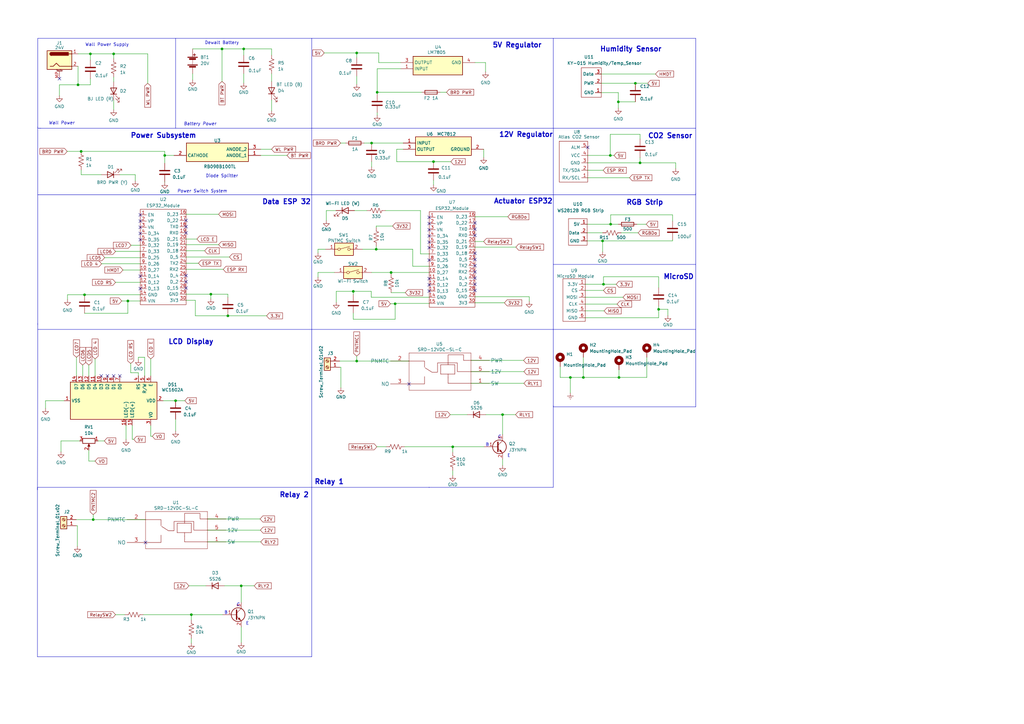
<source format=kicad_sch>
(kicad_sch (version 20230121) (generator eeschema)
  (paper "A3")
  (lib_symbols
    (symbol "CapstoneSymbols:7805"
      (property "Reference" "U" (at 0 0 0))
      (symbol "7805_1_1"
        (pin passive line (at 13.97 -7.62 180) (length 5.08) (name "INPUT") (number "1"))
        (pin passive line (at 13.97 -5.08 180) (length 5.08) (name "OUTPUT") (number "3"))
        (pin passive line (at -16.51 -5.08 0) (length 5.08) (name "GND") (number "4"))
      )
    )
    (symbol "CapstoneSymbols:7812"
      (property "Reference" "U" (at 0 0 0))
      (symbol "7812_1_1"
        (pin passive line (at 16.002 -6.858 180) (length 5.08) (name "INPUT") (number "1"))
        (pin passive line (at -17.018 -4.318 0) (length 5.08) (name "GROUND") (number "2"))
        (pin passive line (at 16.002 -4.318 180) (length 5.08) (name "OUTPUT") (number "3"))
      )
    )
    (symbol "CapstoneSymbols:Atlas_CO2_Sensor"
      (property "Reference" "U" (at 0 3.302 0))
      (property "Value" "Atlas CO2 Sensor" (at 0.508 1.016 0))
      (symbol "Atlas_CO2_Sensor_1_0"
        (pin input line (at 6.096 -14.986 180) (length 2.54) (name "RX/SCL") (number "1"))
        (pin input line (at 6.096 -11.938 180) (length 2.54) (name "TX/SDA") (number "2"))
        (pin input line (at 6.096 -8.89 180) (length 2.54) (name "GND") (number "3"))
        (pin input line (at 6.096 -5.842 180) (length 2.54) (name "VCC") (number "4"))
        (pin input line (at 6.096 -2.54 180) (length 2.54) (name "ALM") (number "5"))
      )
    )
    (symbol "CapstoneSymbols:ESP32_Module"
      (property "Reference" "U" (at -13.716 1.016 0))
      (property "Value" "ESP32_Module" (at -13.462 -1.016 0))
      (symbol "ESP32_Module_1_0"
        (pin input line (at -3.556 -39.37 180) (length 2.54) (name "3V3") (number "30"))
      )
      (symbol "ESP32_Module_1_1"
        (pin input line (at -22.352 -4.318 0) (length 2.54) (name "EN") (number "1"))
        (pin input line (at -22.352 -26.924 0) (length 2.54) (name "D_27") (number "10"))
        (pin input line (at -22.352 -29.464 0) (length 2.54) (name "D_14") (number "11"))
        (pin input line (at -22.352 -32.004 0) (length 2.54) (name "D_12") (number "12"))
        (pin input line (at -22.352 -34.544 0) (length 2.54) (name "D_13") (number "13"))
        (pin input line (at -22.352 -37.084 0) (length 2.54) (name "GND") (number "14"))
        (pin input line (at -22.352 -39.624 0) (length 2.54) (name "VIN") (number "15"))
        (pin input line (at -3.556 -4.064 180) (length 2.54) (name "D_23") (number "16"))
        (pin input line (at -3.556 -6.604 180) (length 2.54) (name "D_22") (number "17"))
        (pin input line (at -3.556 -9.144 180) (length 2.54) (name "TX0") (number "18"))
        (pin input line (at -3.556 -11.684 180) (length 2.54) (name "RX0") (number "19"))
        (pin input line (at -22.352 -6.858 0) (length 2.54) (name "VP") (number "2"))
        (pin input line (at -3.556 -14.224 180) (length 2.54) (name "D_21") (number "20"))
        (pin input line (at -3.556 -16.51 180) (length 2.54) (name "D_19") (number "21"))
        (pin input line (at -3.556 -19.05 180) (length 2.54) (name "D_18") (number "22"))
        (pin input line (at -3.556 -21.59 180) (length 2.54) (name "D_5") (number "23"))
        (pin input line (at -3.556 -24.13 180) (length 2.54) (name "TX2") (number "24"))
        (pin input line (at -3.556 -26.67 180) (length 2.54) (name "RX2") (number "25"))
        (pin input line (at -3.556 -29.21 180) (length 2.54) (name "D_4") (number "26"))
        (pin input line (at -3.556 -31.75 180) (length 2.54) (name "D_2") (number "27"))
        (pin input line (at -3.556 -34.29 180) (length 2.54) (name "D_15") (number "28"))
        (pin input line (at -3.556 -36.83 180) (length 2.54) (name "GND") (number "29"))
        (pin input line (at -22.352 -9.398 0) (length 2.54) (name "VN") (number "3"))
        (pin input line (at -22.352 -11.938 0) (length 2.54) (name "D_34") (number "4"))
        (pin input line (at -22.352 -14.478 0) (length 2.54) (name "D_35") (number "5"))
        (pin input line (at -22.352 -16.764 0) (length 2.54) (name "D_32") (number "6"))
        (pin input line (at -22.352 -19.304 0) (length 2.54) (name "D_33") (number "7"))
        (pin input line (at -22.352 -21.844 0) (length 2.54) (name "D_25") (number "8"))
        (pin input line (at -22.352 -24.384 0) (length 2.54) (name "D_26") (number "9"))
      )
    )
    (symbol "CapstoneSymbols:MicroSD_Module"
      (property "Reference" "U" (at 0.254 2.794 0))
      (property "Value" "MicroSD Module" (at 0 1.016 0))
      (symbol "MicroSD_Module_1_0"
        (pin input line (at 3.302 -2.286 180) (length 2.54) (name "3.3V") (number "1"))
        (pin input line (at 3.302 -4.826 180) (length 2.54) (name "CS") (number "2"))
        (pin input line (at 3.302 -7.62 180) (length 2.54) (name "MOSI") (number "3"))
        (pin input line (at 3.302 -10.414 180) (length 2.54) (name "CLK") (number "4"))
        (pin input line (at 3.302 -13.208 180) (length 2.54) (name "MISO") (number "5"))
        (pin input line (at 3.302 -16.002 180) (length 2.54) (name "GND") (number "6"))
      )
    )
    (symbol "CapstoneSymbols:RB098BM100TL"
      (property "Reference" "U" (at 0 0 0))
      (symbol "RB098BM100TL_1_1"
        (pin passive line (at -16.764 -4.572 0) (length 5.08) (name "ANODE_1") (number "1"))
        (pin passive line (at 18.796 -4.572 180) (length 5.08) (name "CATHODE") (number "2"))
        (pin passive line (at -16.764 -7.112 0) (length 5.08) (name "ANODE_2") (number "3"))
      )
    )
    (symbol "CapstoneSymbols:SRD12VRelay"
      (property "Reference" "U" (at -0.762 -1.524 0))
      (property "Value" "SRD-12VDC-SL-C" (at -0.762 -4.064 0))
      (symbol "SRD12VRelay_1_1"
        (pin input line (at 12.446 -18.034 0) (length 7.62) (name "SW") (number "1"))
        (pin input line (at -12.954 -8.89 180) (length 7.62) (name "PNMTC") (number "2"))
        (pin input line (at -12.954 -18.288 180) (length 7.62) (name "NO") (number "3"))
        (pin input line (at 12.446 -8.636 0) (length 7.62) (name "PWR") (number "4"))
        (pin input line (at 12.446 -13.208 0) (length 7.62) (name "12V") (number "5"))
      )
    )
    (symbol "CapstoneSymbols:WS2812B_RGB_Strip"
      (property "Reference" "U7" (at -1.524 5.461 0))
      (property "Value" "WS2812B RGB Strip" (at -0.381 2.794 0))
      (symbol "WS2812B_RGB_Strip_1_0"
        (pin input line (at 2.286 -2.794 180) (length 2.54) (name "5V") (number "1"))
        (pin input line (at 2.286 -6.35 180) (length 2.54) (name "Data") (number "2"))
        (pin input line (at 2.286 -9.652 180) (length 2.54) (name "GND") (number "3"))
      )
    )
    (symbol "Christians Library:KY-015_Humidity{slash}Temp_Sensor"
      (property "Reference" "U5" (at -0.3175 0 0))
      (property "Value" "KY-015 Humidity/Temp_Sensor" (at -0.3175 -2.54 0))
      (symbol "KY-015_Humidity{slash}Temp_Sensor_1_1"
        (pin input line (at 3.81 -15.24 180) (length 2.54) (name "GND") (number "1"))
        (pin input line (at 3.81 -11.43 180) (length 2.54) (name "PWR") (number "2"))
        (pin input line (at 3.81 -7.62 180) (length 2.54) (name "Data") (number "3"))
      )
    )
    (symbol "Connector:Barrel_Jack_MountingPin" (pin_names hide)
      (property "Reference" "J" (at 0 5.334 0))
      (property "Value" "Barrel_Jack_MountingPin" (at 1.27 -6.35 0))
      (symbol "Barrel_Jack_MountingPin_1_1"
        (text "Mounting" (at 0 -4.191 0) (effects (font (size 0.381 0.381))))
        (pin passive line (at 7.62 2.54 180) (length 2.54) (name "~") (number "1"))
        (pin passive line (at 7.62 -2.54 180) (length 2.54) (name "~") (number "2"))
        (pin passive line (at 0 -7.62 90) (length 3.048) (name "MountPin") (number "MP"))
      )
    )
    (symbol "Connector:Screw_Terminal_01x02" (pin_names (offset 1.016) hide)
      (property "Reference" "J" (at 0 2.54 0))
      (property "Value" "Screw_Terminal_01x02" (at 0 -5.08 0))
      (symbol "Screw_Terminal_01x02_1_1"
        (pin passive line (at -5.08 0 0) (length 3.81) (name "Pin_1") (number "1"))
        (pin passive line (at -5.08 -2.54 0) (length 3.81) (name "Pin_2") (number "2"))
      )
    )
    (symbol "Device:Battery" (pin_numbers hide) (pin_names (offset 0) hide)
      (property "Reference" "BT" (at 2.54 2.54 0))
      (property "Value" "Battery" (at 2.54 0 0))
      (symbol "Battery_1_1"
        (pin passive line (at 0 5.08 270) (length 2.54) (name "+") (number "1"))
        (pin passive line (at 0 -5.08 90) (length 2.54) (name "-") (number "2"))
      )
    )
    (symbol "Device:C" (pin_numbers hide) (pin_names (offset 0.254))
      (property "Reference" "C" (at 0.635 2.54 0))
      (property "Value" "C" (at 0.635 -2.54 0))
      (symbol "C_1_1"
        (pin passive line (at 0 3.81 270) (length 2.794) (name "~") (number "1"))
        (pin passive line (at 0 -3.81 90) (length 2.794) (name "~") (number "2"))
      )
    )
    (symbol "Device:Fuse" (pin_numbers hide) (pin_names (offset 0))
      (property "Reference" "F" (at 2.032 0 90))
      (property "Value" "Fuse" (at -1.905 0 90))
      (symbol "Fuse_1_1"
        (pin passive line (at 0 3.81 270) (length 1.27) (name "~") (number "1"))
        (pin passive line (at 0 -3.81 90) (length 1.27) (name "~") (number "2"))
      )
    )
    (symbol "Device:LED" (pin_numbers hide) (pin_names (offset 1.016) hide)
      (property "Reference" "D" (at 0 2.54 0))
      (property "Value" "LED" (at 0 -2.54 0))
      (symbol "LED_1_1"
        (pin passive line (at -3.81 0 0) (length 2.54) (name "K") (number "1"))
        (pin passive line (at 3.81 0 180) (length 2.54) (name "A") (number "2"))
      )
    )
    (symbol "Device:R_Potentiometer" (pin_names (offset 1.016) hide)
      (property "Reference" "RV" (at -4.445 0 90))
      (property "Value" "R_Potentiometer" (at -2.54 0 90))
      (symbol "R_Potentiometer_1_1"
        (pin passive line (at 0 3.81 270) (length 1.27) (name "1") (number "1"))
        (pin passive line (at 3.81 0 180) (length 1.27) (name "2") (number "2"))
        (pin passive line (at 0 -3.81 90) (length 1.27) (name "3") (number "3"))
      )
    )
    (symbol "Device:R_US" (pin_numbers hide) (pin_names (offset 0))
      (property "Reference" "R" (at 2.54 0 90))
      (property "Value" "R_US" (at -2.54 0 90))
      (symbol "R_US_1_1"
        (pin passive line (at 0 3.81 270) (length 1.27) (name "~") (number "1"))
        (pin passive line (at 0 -3.81 90) (length 1.27) (name "~") (number "2"))
      )
    )
    (symbol "Diode:1N4007" (pin_numbers hide) (pin_names (offset 1.016) hide)
      (property "Reference" "D" (at 0 2.54 0))
      (property "Value" "1N4007" (at 0 -2.54 0))
      (symbol "1N4007_1_1"
        (pin passive line (at -3.81 0 0) (length 2.54) (name "K") (number "1"))
        (pin passive line (at 3.81 0 180) (length 2.54) (name "A") (number "2"))
      )
    )
    (symbol "Display_Character:WC1602A"
      (property "Reference" "DS" (at -5.842 19.05 0))
      (property "Value" "WC1602A" (at 5.334 19.05 0))
      (symbol "WC1602A_1_1"
        (pin power_in line (at 0 -20.32 90) (length 2.54) (name "VSS") (number "1"))
        (pin input line (at -10.16 -5.08 0) (length 2.54) (name "D3") (number "10"))
        (pin input line (at -10.16 -7.62 0) (length 2.54) (name "D4") (number "11"))
        (pin input line (at -10.16 -10.16 0) (length 2.54) (name "D5") (number "12"))
        (pin input line (at -10.16 -12.7 0) (length 2.54) (name "D6") (number "13"))
        (pin input line (at -10.16 -15.24 0) (length 2.54) (name "D7") (number "14"))
        (pin power_in line (at 10.16 7.62 180) (length 2.54) (name "LED(+)") (number "15"))
        (pin power_in line (at 10.16 5.08 180) (length 2.54) (name "LED(-)") (number "16"))
        (pin power_in line (at 0 20.32 270) (length 2.54) (name "VDD") (number "2"))
        (pin input line (at 10.16 15.24 180) (length 2.54) (name "VO") (number "3"))
        (pin input line (at -10.16 10.16 0) (length 2.54) (name "RS") (number "4"))
        (pin input line (at -10.16 12.7 0) (length 2.54) (name "R/W") (number "5"))
        (pin input line (at -10.16 15.24 0) (length 2.54) (name "E") (number "6"))
        (pin input line (at -10.16 2.54 0) (length 2.54) (name "D0") (number "7"))
        (pin input line (at -10.16 0 0) (length 2.54) (name "D1") (number "8"))
        (pin input line (at -10.16 -2.54 0) (length 2.54) (name "D2") (number "9"))
      )
    )
    (symbol "Earth_1" (power) (pin_names (offset 0))
      (symbol "Earth_1_1_1"
        (pin power_in line (at 0 0 270) (length 0) hide (name "Earth") (number "1"))
      )
    )
    (symbol "Mechanical:MountingHole_Pad" (pin_numbers hide) (pin_names (offset 1.016) hide)
      (property "Reference" "H" (at 0 6.35 0))
      (property "Value" "MountingHole_Pad" (at 0 4.445 0))
      (symbol "MountingHole_Pad_1_1"
        (pin input line (at 0 -2.54 90) (length 2.54) (name "1") (number "1"))
      )
    )
    (symbol "Switch:SW_DIP_x01" (pin_names (offset 0) hide)
      (property "Reference" "SW" (at 0 3.81 0))
      (property "Value" "SW_DIP_x01" (at 0 -3.81 0))
      (symbol "SW_DIP_x01_1_1"
        (pin passive line (at -7.62 0 0) (length 5.08) (name "~") (number "1"))
        (pin passive line (at 7.62 0 180) (length 5.08) (name "~") (number "2"))
      )
    )
    (symbol "Transistor_BJT:2N3055" (pin_names (offset 0) hide)
      (property "Reference" "Q" (at 5.08 1.905 0))
      (property "Value" "2N3055" (at 5.08 0 0))
      (symbol "2N3055_1_1"
        (pin input line (at -5.08 0 0) (length 5.715) (name "B") (number "1"))
        (pin passive line (at 2.54 -5.08 90) (length 2.54) (name "E") (number "2"))
        (pin passive line (at 2.54 5.08 270) (length 2.54) (name "C") (number "3"))
      )
    )
    (symbol "power:GND" (power) (pin_names (offset 0))
      (property "Value" "GND" (at 0 -3.81 0))
      (symbol "GND_1_1"
        (pin power_in line (at 0 0 270) (length 0) hide (name "GND") (number "1"))
      )
    )
  )
  (junction (at 260.604 34.163))
  (junction (at 146.304 148.082))
  (junction (at 38.227 213.106))
  (junction (at 91.059 20.066))
  (junction (at 162.052 124.587))
  (junction (at 34.671 120.904))
  (junction (at 160.401 111.76))
  (junction (at 262.509 66.802))
  (junction (at 270.129 126.873))
  (junction (at 32.004 34.798))
  (junction (at 33.274 62.103))
  (junction (at 152.4 58.674))
  (junction (at 250.444 91.948))
  (junction (at 46.609 22.098))
  (junction (at 233.934 154.813))
  (junction (at 253.873 154.813))
  (junction (at 144.907 119.507))
  (junction (at 177.8 66.294))
  (junction (at 67.564 63.754))
  (junction (at 206.121 170.053))
  (junction (at 185.674 183.261))
  (junction (at 52.451 123.444))
  (junction (at 253.619 41.783))
  (junction (at 98.933 240.284))
  (junction (at 154.305 102.235))
  (junction (at 239.268 154.813))
  (junction (at 37.084 22.098))
  (junction (at 72.009 164.338))
  (junction (at 99.949 20.066))
  (junction (at 250.317 63.754))
  (junction (at 247.142 98.806))
  (junction (at 93.472 129.54))
  (junction (at 146.304 21.717))
  (junction (at 78.486 252.095))
  (junction (at 86.487 120.65))
  (junction (at 154.686 37.846))
  (junction (at 247.523 116.586))
  (no_connect (at 76.327 113.03))
  (no_connect (at 76.327 92.964))
  (no_connect (at 176.022 99.314))
  (no_connect (at 194.818 91.44))
  (no_connect (at 57.531 98.298))
  (no_connect (at 57.531 88.138))
  (no_connect (at 76.327 95.504))
  (no_connect (at 194.818 103.886))
  (no_connect (at 194.818 116.586))
  (no_connect (at 76.327 115.57))
  (no_connect (at 57.531 93.218))
  (no_connect (at 194.818 96.52))
  (no_connect (at 49.149 154.178))
  (no_connect (at 176.022 116.84))
  (no_connect (at 194.818 111.506))
  (no_connect (at 176.022 106.68))
  (no_connect (at 24.384 32.258))
  (no_connect (at 76.327 90.424))
  (no_connect (at 241.046 60.452))
  (no_connect (at 176.022 114.3))
  (no_connect (at 176.022 91.694))
  (no_connect (at 176.022 89.154))
  (no_connect (at 167.767 157.48))
  (no_connect (at 194.818 119.126))
  (no_connect (at 46.609 154.178))
  (no_connect (at 59.69 222.504))
  (no_connect (at 194.818 93.98))
  (no_connect (at 194.818 114.046))
  (no_connect (at 57.531 95.758))
  (no_connect (at 44.069 154.178))
  (no_connect (at 176.022 101.6))
  (no_connect (at 176.022 119.38))
  (no_connect (at 57.531 90.678))
  (no_connect (at 176.022 94.234))
  (no_connect (at 194.818 106.426))
  (no_connect (at 57.531 118.364))
  (no_connect (at 176.022 96.774))
  (no_connect (at 194.818 108.966))
  (no_connect (at 76.327 118.11))
  (no_connect (at 41.529 154.178))
  (no_connect (at 57.531 113.284))
  (wire (pts (xy 241.046 69.85) (xy 247.396 69.85)))
  (wire (pts (xy 152.4 58.674) (xy 165.354 58.674)))
  (wire (pts (xy 32.004 34.798) (xy 24.384 34.798)))
  (wire (pts (xy 162.687 61.214) (xy 165.354 61.214)))
  (wire (pts (xy 275.844 90.678) (xy 275.844 88.138)))
  (wire (pts (xy 78.994 20.066) (xy 91.059 20.066)))
  (wire (pts (xy 154.305 102.235) (xy 169.291 102.235)))
  (wire (pts (xy 144.907 120.777) (xy 144.907 119.507)))
  (wire (pts (xy 241.046 72.898) (xy 258.191 72.898)))
  (wire (pts (xy 72.009 171.958) (xy 72.009 176.784)))
  (wire (pts (xy 93.472 129.54) (xy 109.347 129.54)))
  (wire (pts (xy 246.634 30.353) (xy 268.859 30.353)))
  (wire (pts (xy 160.401 120.015) (xy 166.243 120.015)))
  (wire (pts (xy 60.579 22.098) (xy 60.579 34.163)))
  (wire (pts (xy 52.451 128.524) (xy 52.451 123.444)))
  (wire (pts (xy 262.509 55.118) (xy 262.509 57.023)))
  (wire (pts (xy 253.619 44.323) (xy 253.619 41.783)))
  (wire (pts (xy 154.686 37.846) (xy 172.974 37.846)))
  (wire (pts (xy 146.304 146.05) (xy 146.304 148.082)))
  (wire (pts (xy 194.818 88.9) (xy 208.28 88.9)))
  (wire (pts (xy 146.304 21.717) (xy 132.969 21.717)))
  (wire (pts (xy 148.717 102.235) (xy 154.305 102.235)))
  (wire (pts (xy 40.259 180.848) (xy 42.799 180.848)))
  (wire (pts (xy 206.121 170.053) (xy 206.121 178.181)))
  (wire (pts (xy 92.075 240.284) (xy 98.933 240.284)))
  (wire (pts (xy 37.084 22.098) (xy 46.609 22.098)))
  (wire (pts (xy 111.379 30.226) (xy 111.379 33.401)))
  (wire (pts (xy 154.686 28.194) (xy 154.686 37.846)))
  (wire (pts (xy 217.043 121.666) (xy 217.043 123.571)))
  (wire (pts (xy 54.864 180.213) (xy 54.229 180.213)))
  (wire (pts (xy 53.721 100.584) (xy 57.531 100.584)))
  (wire (pts (xy 239.268 146.558) (xy 239.268 154.813)))
  (wire (pts (xy 152.273 121.92) (xy 152.273 119.507)))
  (wire (pts (xy 193.167 157.226) (xy 214.884 157.226)))
  (wire (pts (xy 53.594 149.098) (xy 53.594 152.908)))
  (wire (pts (xy 53.594 152.908) (xy 56.769 152.908)))
  (polyline (pts (xy 285.369 108.458) (xy 285.369 79.248)))
  (wire (pts (xy 145.415 86.36) (xy 150.495 86.36)))
  (wire (pts (xy 253.873 154.813) (xy 265.303 154.813)))
  (wire (pts (xy 275.844 98.806) (xy 275.844 98.298)))
  (polyline (pts (xy 127.889 15.748) (xy 226.949 15.748)))
  (polyline (pts (xy 127.889 199.898) (xy 127.889 269.367)))
  (wire (pts (xy 152.4 111.76) (xy 160.401 111.76)))
  (wire (pts (xy 139.7 58.674) (xy 141.732 58.674)))
  (wire (pts (xy 240.03 121.92) (xy 255.524 121.92)))
  (polyline (pts (xy 226.949 135.128) (xy 226.949 166.878)))
  (wire (pts (xy 49.911 123.444) (xy 52.451 123.444)))
  (wire (pts (xy 247.523 113.538) (xy 270.129 113.538)))
  (wire (pts (xy 76.327 107.95) (xy 81.407 107.95)))
  (wire (pts (xy 247.523 113.538) (xy 247.523 116.586)))
  (wire (pts (xy 154.305 100.965) (xy 154.305 102.235)))
  (wire (pts (xy 47.371 252.095) (xy 51.181 252.095)))
  (wire (pts (xy 265.303 146.558) (xy 265.303 154.813)))
  (wire (pts (xy 229.743 154.813) (xy 233.934 154.813)))
  (wire (pts (xy 98.933 240.284) (xy 104.267 240.284)))
  (wire (pts (xy 106.934 61.214) (xy 111.379 61.214)))
  (polyline (pts (xy 127.889 79.883) (xy 15.494 79.883)))
  (wire (pts (xy 240.792 98.806) (xy 247.142 98.806)))
  (wire (pts (xy 137.16 111.76) (xy 130.429 111.76)))
  (wire (pts (xy 61.849 178.943) (xy 61.849 174.498)))
  (wire (pts (xy 85.09 212.852) (xy 106.68 212.852)))
  (wire (pts (xy 172.466 86.36) (xy 172.466 104.14)))
  (wire (pts (xy 62.484 178.943) (xy 61.849 178.943)))
  (wire (pts (xy 91.059 20.066) (xy 99.949 20.066)))
  (wire (pts (xy 260.604 34.163) (xy 265.684 34.163)))
  (polyline (pts (xy 285.369 108.458) (xy 285.369 166.878)))
  (polyline (pts (xy 127.889 269.367) (xy 15.367 269.367)))
  (wire (pts (xy 78.994 30.226) (xy 78.994 32.766)))
  (wire (pts (xy 18.669 164.338) (xy 26.289 164.338)))
  (polyline (pts (xy 127.889 199.898) (xy 176.149 199.898)))
  (wire (pts (xy 240.792 95.504) (xy 247.142 95.504)))
  (wire (pts (xy 273.939 129.413) (xy 273.939 126.873)))
  (wire (pts (xy 194.818 101.346) (xy 211.582 101.346)))
  (wire (pts (xy 31.369 146.558) (xy 31.369 154.178)))
  (wire (pts (xy 240.03 124.714) (xy 253.111 124.714)))
  (wire (pts (xy 99.949 20.066) (xy 99.949 22.606)))
  (wire (pts (xy 72.009 164.338) (xy 75.819 164.338)))
  (wire (pts (xy 37.084 34.798) (xy 32.004 34.798)))
  (wire (pts (xy 85.09 217.424) (xy 106.807 217.424)))
  (polyline (pts (xy 226.949 108.458) (xy 226.949 135.128)))
  (wire (pts (xy 253.873 151.638) (xy 253.873 154.813)))
  (wire (pts (xy 152.273 119.507) (xy 144.907 119.507)))
  (wire (pts (xy 67.564 66.929) (xy 67.564 63.754)))
  (wire (pts (xy 246.634 37.973) (xy 253.619 37.973)))
  (polyline (pts (xy 285.369 79.883) (xy 285.369 52.578)))
  (wire (pts (xy 262.509 55.118) (xy 250.317 55.118)))
  (wire (pts (xy 270.129 125.603) (xy 270.129 126.873)))
  (wire (pts (xy 199.136 25.654) (xy 199.136 29.464)))
  (wire (pts (xy 194.818 124.206) (xy 206.883 124.206)))
  (wire (pts (xy 162.052 130.937) (xy 162.052 124.587)))
  (wire (pts (xy 99.949 30.226) (xy 99.949 34.036)))
  (wire (pts (xy 137.922 119.507) (xy 144.907 119.507)))
  (wire (pts (xy 98.933 257.175) (xy 98.933 263.525)))
  (wire (pts (xy 76.327 110.49) (xy 91.567 110.49)))
  (wire (pts (xy 137.795 86.36) (xy 133.858 86.36)))
  (wire (pts (xy 144.907 130.937) (xy 162.052 130.937)))
  (wire (pts (xy 78.486 261.874) (xy 78.486 263.779)))
  (wire (pts (xy 146.304 31.242) (xy 146.304 34.544)))
  (wire (pts (xy 250.317 63.754) (xy 251.841 63.754)))
  (polyline (pts (xy 16.129 52.578) (xy 72.009 52.578)))
  (wire (pts (xy 233.934 154.813) (xy 239.268 154.813)))
  (wire (pts (xy 155.321 21.717) (xy 146.304 21.717)))
  (wire (pts (xy 38.227 213.106) (xy 59.69 213.106)))
  (wire (pts (xy 164.338 25.654) (xy 155.321 25.654)))
  (polyline (pts (xy 127.889 52.578) (xy 72.009 52.578)))
  (wire (pts (xy 80.137 123.19) (xy 80.137 129.54)))
  (wire (pts (xy 193.167 147.828) (xy 214.757 147.828)))
  (wire (pts (xy 277.114 66.802) (xy 277.114 69.088)))
  (wire (pts (xy 111.379 20.066) (xy 111.379 22.606)))
  (wire (pts (xy 27.559 62.103) (xy 33.274 62.103)))
  (polyline (pts (xy 15.367 200.914) (xy 15.494 132.588)))
  (wire (pts (xy 247.523 116.586) (xy 252.73 116.586)))
  (wire (pts (xy 246.634 34.163) (xy 260.604 34.163)))
  (wire (pts (xy 34.671 120.904) (xy 57.531 120.904)))
  (wire (pts (xy 206.121 170.053) (xy 211.455 170.053)))
  (wire (pts (xy 32.004 22.098) (xy 37.084 22.098)))
  (wire (pts (xy 233.934 161.163) (xy 233.934 154.813)))
  (wire (pts (xy 177.8 73.914) (xy 177.8 75.819)))
  (wire (pts (xy 198.374 61.214) (xy 198.374 64.516)))
  (wire (pts (xy 32.004 27.178) (xy 32.004 34.798)))
  (polyline (pts (xy 15.494 79.883) (xy 15.494 51.943)))
  (wire (pts (xy 165.989 183.261) (xy 185.674 183.261)))
  (wire (pts (xy 162.687 66.294) (xy 162.687 61.214)))
  (wire (pts (xy 162.052 124.46) (xy 176.022 124.46)))
  (polyline (pts (xy 226.949 135.128) (xy 127.889 135.128)))
  (wire (pts (xy 41.656 108.204) (xy 57.531 108.204)))
  (wire (pts (xy 93.472 120.65) (xy 86.487 120.65)))
  (wire (pts (xy 185.674 183.261) (xy 198.501 183.261)))
  (wire (pts (xy 162.687 66.294) (xy 177.8 66.294)))
  (wire (pts (xy 239.268 154.813) (xy 253.873 154.813)))
  (wire (pts (xy 154.305 93.345) (xy 154.305 92.71)))
  (wire (pts (xy 177.8 66.294) (xy 184.912 66.294)))
  (wire (pts (xy 38.989 147.193) (xy 38.989 154.178)))
  (wire (pts (xy 194.818 121.666) (xy 217.043 121.666)))
  (wire (pts (xy 93.472 121.92) (xy 93.472 120.65)))
  (wire (pts (xy 183.134 37.846) (xy 180.594 37.846)))
  (wire (pts (xy 34.671 128.524) (xy 52.451 128.524)))
  (wire (pts (xy 36.449 149.733) (xy 36.449 154.178)))
  (wire (pts (xy 240.792 91.948) (xy 250.444 91.948)))
  (wire (pts (xy 76.327 102.87) (xy 83.947 102.87)))
  (polyline (pts (xy 226.949 15.748) (xy 226.949 79.883)))
  (wire (pts (xy 240.03 116.586) (xy 247.523 116.586)))
  (wire (pts (xy 164.338 28.194) (xy 154.686 28.194)))
  (wire (pts (xy 80.137 129.54) (xy 93.472 129.54)))
  (wire (pts (xy 240.03 130.302) (xy 270.129 130.302)))
  (wire (pts (xy 78.486 252.095) (xy 91.313 252.095)))
  (wire (pts (xy 85.09 222.25) (xy 106.934 222.25)))
  (wire (pts (xy 158.115 86.36) (xy 172.466 86.36)))
  (wire (pts (xy 31.242 215.646) (xy 31.75 215.646)))
  (wire (pts (xy 229.743 154.813) (xy 229.743 150.368)))
  (polyline (pts (xy 15.367 269.367) (xy 15.367 199.898)))
  (wire (pts (xy 33.909 149.733) (xy 33.909 154.178)))
  (wire (pts (xy 18.669 167.513) (xy 18.669 164.338)))
  (wire (pts (xy 59.309 146.558) (xy 59.309 154.178)))
  (polyline (pts (xy 15.494 79.883) (xy 15.494 133.223)))
  (wire (pts (xy 32.639 180.848) (xy 25.019 180.848)))
  (polyline (pts (xy 226.949 199.898) (xy 226.949 166.37)))
  (wire (pts (xy 76.327 123.19) (xy 80.137 123.19)))
  (wire (pts (xy 106.934 63.754) (xy 117.729 63.754)))
  (wire (pts (xy 24.384 34.798) (xy 24.384 39.243)))
  (wire (pts (xy 247.142 98.806) (xy 275.844 98.806)))
  (wire (pts (xy 155.321 25.654) (xy 155.321 21.717)))
  (wire (pts (xy 241.046 66.802) (xy 262.509 66.802)))
  (wire (pts (xy 46.609 31.623) (xy 46.609 33.528)))
  (wire (pts (xy 33.274 71.628) (xy 41.529 71.628)))
  (wire (pts (xy 184.658 170.053) (xy 191.643 170.053)))
  (polyline (pts (xy 226.949 79.883) (xy 127.889 79.883)))
  (wire (pts (xy 154.686 38.608) (xy 154.686 37.846)))
  (wire (pts (xy 61.849 147.193) (xy 61.849 154.178)))
  (wire (pts (xy 160.401 111.76) (xy 176.022 111.76)))
  (wire (pts (xy 270.129 130.302) (xy 270.129 126.873)))
  (wire (pts (xy 160.147 124.587) (xy 162.052 124.587)))
  (wire (pts (xy 42.926 105.664) (xy 57.531 105.664)))
  (wire (pts (xy 33.274 69.723) (xy 33.274 71.628)))
  (wire (pts (xy 67.564 74.549) (xy 67.564 74.803)))
  (wire (pts (xy 54.229 180.213) (xy 54.229 174.498)))
  (wire (pts (xy 46.609 41.148) (xy 46.609 44.958)))
  (wire (pts (xy 154.559 183.261) (xy 158.369 183.261)))
  (wire (pts (xy 46.609 24.003) (xy 46.609 22.098)))
  (wire (pts (xy 33.274 62.103) (xy 67.564 62.103)))
  (wire (pts (xy 56.769 146.558) (xy 59.309 146.558)))
  (wire (pts (xy 37.084 32.258) (xy 37.084 34.798)))
  (wire (pts (xy 98.933 240.284) (xy 98.933 247.015)))
  (wire (pts (xy 130.429 111.76) (xy 130.429 113.665)))
  (wire (pts (xy 247.142 103.251) (xy 247.142 98.806)))
  (wire (pts (xy 50.419 110.744) (xy 57.531 110.744)))
  (wire (pts (xy 193.167 152.4) (xy 214.884 152.4)))
  (wire (pts (xy 254.762 95.504) (xy 261.747 95.504)))
  (wire (pts (xy 76.327 87.884) (xy 89.662 87.884)))
  (polyline (pts (xy 226.949 79.883) (xy 226.949 108.458)))
  (wire (pts (xy 154.686 46.228) (xy 154.686 47.244)))
  (polyline (pts (xy 127.889 15.748) (xy 127.889 52.578)))
  (wire (pts (xy 25.019 180.848) (xy 25.019 185.293)))
  (wire (pts (xy 139.319 150.622) (xy 139.827 150.622)))
  (wire (pts (xy 250.444 91.948) (xy 253.619 91.948)))
  (wire (pts (xy 37.084 24.638) (xy 37.084 22.098)))
  (wire (pts (xy 146.304 21.717) (xy 146.304 23.622)))
  (wire (pts (xy 47.371 103.124) (xy 57.531 103.124)))
  (wire (pts (xy 152.4 66.294) (xy 152.4 68.453)))
  (polyline (pts (xy 127.889 199.898) (xy 15.494 199.898)))
  (wire (pts (xy 76.327 98.044) (xy 80.772 98.044)))
  (wire (pts (xy 99.949 20.066) (xy 111.379 20.066)))
  (wire (pts (xy 169.291 109.22) (xy 169.291 102.235)))
  (polyline (pts (xy 127.889 52.578) (xy 226.949 52.578)))
  (wire (pts (xy 86.487 120.65) (xy 86.487 122.555)))
  (wire (pts (xy 55.499 71.628) (xy 55.499 74.168)))
  (wire (pts (xy 67.564 63.754) (xy 71.374 63.754)))
  (wire (pts (xy 154.305 92.71) (xy 161.036 92.71)))
  (wire (pts (xy 27.686 120.904) (xy 34.671 120.904)))
  (wire (pts (xy 111.379 41.021) (xy 111.379 45.466)))
  (wire (pts (xy 240.03 119.126) (xy 247.523 119.126)))
  (wire (pts (xy 185.674 185.42) (xy 185.674 183.261)))
  (wire (pts (xy 67.564 63.754) (xy 67.564 62.103)))
  (wire (pts (xy 130.429 103.759) (xy 130.429 102.235)))
  (wire (pts (xy 38.227 211.074) (xy 38.227 213.106)))
  (wire (pts (xy 176.022 121.92) (xy 152.273 121.92)))
  (wire (pts (xy 194.818 99.06) (xy 198.374 99.06)))
  (polyline (pts (xy 72.009 15.748) (xy 15.494 15.748)))
  (polyline (pts (xy 226.949 135.128) (xy 285.369 135.128)))
  (wire (pts (xy 31.242 213.106) (xy 38.227 213.106)))
  (wire (pts (xy 139.319 148.082) (xy 146.304 148.082)))
  (polyline (pts (xy 285.369 15.748) (xy 285.369 52.578)))
  (wire (pts (xy 240.03 127.508) (xy 247.777 127.508)))
  (wire (pts (xy 262.509 66.802) (xy 277.114 66.802)))
  (wire (pts (xy 76.327 120.65) (xy 86.487 120.65)))
  (polyline (pts (xy 15.494 135.128) (xy 127.889 135.128)))
  (wire (pts (xy 273.939 126.873) (xy 270.129 126.873)))
  (wire (pts (xy 253.619 37.973) (xy 253.619 41.783)))
  (wire (pts (xy 56.769 152.908) (xy 56.769 154.178)))
  (wire (pts (xy 130.429 102.235) (xy 133.477 102.235)))
  (wire (pts (xy 185.674 193.04) (xy 185.674 194.945)))
  (wire (pts (xy 133.858 86.36) (xy 133.858 90.424)))
  (polyline (pts (xy 127.889 52.578) (xy 127.889 79.883)))
  (wire (pts (xy 262.509 64.643) (xy 262.509 66.802)))
  (wire (pts (xy 250.444 88.138) (xy 275.844 88.138)))
  (wire (pts (xy 250.317 55.118) (xy 250.317 63.754)))
  (wire (pts (xy 58.801 252.095) (xy 78.486 252.095)))
  (wire (pts (xy 77.47 240.284) (xy 84.455 240.284)))
  (polyline (pts (xy 72.009 15.748) (xy 127.889 15.748)))
  (polyline (pts (xy 285.369 166.878) (xy 226.949 166.878)))
  (wire (pts (xy 144.907 128.397) (xy 144.907 130.937)))
  (polyline (pts (xy 127.889 135.128) (xy 127.889 199.898)))
  (wire (pts (xy 253.619 41.783) (xy 260.604 41.783)))
  (wire (pts (xy 91.059 20.066) (xy 91.059 33.401)))
  (wire (pts (xy 139.827 150.622) (xy 139.827 159.004)))
  (wire (pts (xy 149.352 58.674) (xy 152.4 58.674)))
  (wire (pts (xy 51.689 174.498) (xy 51.689 180.213)))
  (wire (pts (xy 76.327 105.41) (xy 94.107 105.41)))
  (wire (pts (xy 176.022 109.22) (xy 169.291 109.22)))
  (wire (pts (xy 137.922 123.952) (xy 137.922 119.507)))
  (wire (pts (xy 206.121 188.341) (xy 206.121 190.881)))
  (polyline (pts (xy 72.009 52.578) (xy 72.009 15.748)))
  (wire (pts (xy 27.686 122.809) (xy 27.686 120.904)))
  (wire (pts (xy 270.129 117.983) (xy 270.129 113.538)))
  (polyline (pts (xy 226.949 79.883) (xy 285.369 79.883)))
  (polyline (pts (xy 226.949 108.458) (xy 285.369 108.458)))
  (wire (pts (xy 250.444 88.138) (xy 250.444 91.948)))
  (wire (pts (xy 52.451 123.444) (xy 57.531 123.444)))
  (wire (pts (xy 241.046 63.754) (xy 250.317 63.754)))
  (wire (pts (xy 172.466 104.14) (xy 176.022 104.14)))
  (wire (pts (xy 49.149 71.628) (xy 55.499 71.628)))
  (wire (pts (xy 160.401 111.76) (xy 160.401 112.395)))
  (wire (pts (xy 47.371 115.824) (xy 57.531 115.824)))
  (wire (pts (xy 162.052 124.46) (xy 162.052 124.587)))
  (wire (pts (xy 46.609 22.098) (xy 60.579 22.098)))
  (wire (pts (xy 66.929 164.338) (xy 72.009 164.338)))
  (wire (pts (xy 56.769 147.447) (xy 56.769 146.558)))
  (polyline (pts (xy 127.889 135.128) (xy 127.889 79.883)))
  (wire (pts (xy 36.449 184.658) (xy 36.449 189.103)))
  (wire (pts (xy 78.486 254.254) (xy 78.486 252.095)))
  (polyline (pts (xy 175.895 199.898) (xy 226.949 199.898)))
  (wire (pts (xy 31.75 215.646) (xy 31.75 224.028)))
  (wire (pts (xy 76.327 100.33) (xy 89.662 100.33)))
  (polyline (pts (xy 15.494 52.578) (xy 16.764 52.578)))
  (wire (pts (xy 261.239 91.948) (xy 265.049 91.948)))
  (wire (pts (xy 199.263 170.053) (xy 206.121 170.053)))
  (wire (pts (xy 146.304 148.082) (xy 167.767 148.082)))
  (wire (pts (xy 36.449 189.103) (xy 38.989 189.103)))
  (polyline (pts (xy 226.949 15.748) (xy 285.369 15.748)))
  (polyline (pts (xy 285.369 52.578) (xy 226.949 52.578)))
  (wire (pts (xy 194.818 25.654) (xy 199.136 25.654)))
  (polyline (pts (xy 15.494 15.748) (xy 15.494 52.578)))
  (text "B" (at 199.136 183.261 0) (effects (font (size 1.27 1.27)) (justify left bottom)))
  (text "Power Switch System" (at 72.644 79.248 0) (effects (font (size 1.27 1.27) italic) (justify left bottom)))
  (text "C" (at 204.216 180.086 0) (effects (font (size 1.27 1.27)) (justify left bottom)))
  (text "Dewalt Battery" (at 83.947 18.415 0) (effects (font (size 1.27 1.27)) (justify left bottom)))
  (text "Wall Power" (at 19.939 51.308 0) (effects (font (size 1.27 1.27) italic) (justify left bottom)))
  (text "MicroSD" (at 272.034 114.808 0) (effects (font (size 2.032 2.032) (thickness 0.4064) bold) (justify left bottom)))
  (text "RGB Strip\n" (at 256.794 84.328 0) (effects (font (size 2.032 2.032) (thickness 0.4064) bold) (justify left bottom)))
  (text "Actuator ESP32\n" (at 202.438 83.82 0) (effects (font (size 2.032 2.032) (thickness 0.4064) bold) (justify left bottom)))
  (text "Diode Splitter" (at 84.328 73.025 0) (effects (font (size 1.27 1.27)) (justify left bottom)))
  (text "C" (at 97.028 248.92 0) (effects (font (size 1.27 1.27)) (justify left bottom)))
  (text "Wall Power Supply" (at 34.925 19.177 0) (effects (font (size 1.27 1.27)) (justify left bottom)))
  (text "LCD Display" (at 68.961 141.478 0) (effects (font (size 2.032 2.032) (thickness 0.4064) bold) (justify left bottom)))
  (text "E" (at 208.026 187.706 0) (effects (font (size 1.27 1.27)) (justify left bottom)))
  (text "Relay 2\n\n\n" (at 114.554 210.82 0) (effects (font (size 2.032 2.032) (thickness 0.4064) bold) (justify left bottom)))
  (text "Power Subsystem" (at 53.467 56.896 0) (effects (font (size 2.032 2.032) (thickness 0.4064) bold) (justify left bottom)))
  (text "Data ESP 32" (at 107.442 84.074 0) (effects (font (size 2.032 2.032) (thickness 0.4064) bold) (justify left bottom)))
  (text "Battery Power" (at 75.311 51.689 0) (effects (font (size 1.27 1.27) italic) (justify left bottom)))
  (text "B" (at 91.948 252.095 0) (effects (font (size 1.27 1.27)) (justify left bottom)))
  (text "E" (at 100.838 256.54 0) (effects (font (size 1.27 1.27)) (justify left bottom)))
  (text "Relay 1\n\n" (at 128.905 202.184 0) (effects (font (size 2.032 2.032) (thickness 0.4064) bold) (justify left bottom)))
  (text "Humidity Sensor" (at 245.999 21.463 0) (effects (font (size 2.032 2.032) (thickness 0.4064) bold) (justify left bottom)))
  (text "5V Regulator" (at 201.93 19.812 0) (effects (font (size 2.032 2.032) (thickness 0.4064) bold) (justify left bottom)))
  (text "12V Regulator" (at 204.597 56.515 0) (effects (font (size 2.032 2.032) (thickness 0.4064) bold) (justify left bottom)))
  (text "CO2 Sensor" (at 265.684 57.023 0) (effects (font (size 2.032 2.032) (thickness 0.4064) bold) (justify left bottom)))
  (global_label "LCD RS" (shape input) (at 53.594 149.098 90) (property "Intersheetrefs" "${INTERSHEET_REFS}" (effects hide)))
  (global_label "LCD7" (shape input) (at 31.369 146.558 90) (property "Intersheetrefs" "${INTERSHEET_REFS}" (effects hide)))
  (global_label "RelaySW1" (shape input) (at 154.559 183.261 180) (property "Intersheetrefs" "${INTERSHEET_REFS}" (effects hide)))
  (global_label "12V" (shape input) (at 106.68 212.852 0) (property "Intersheetrefs" "${INTERSHEET_REFS}" (effects hide)))
  (global_label "MISO" (shape input) (at 89.662 100.33 0) (property "Intersheetrefs" "${INTERSHEET_REFS}" (effects hide)))
  (global_label "RelaySW2" (shape input) (at 47.371 252.095 180) (property "Intersheetrefs" "${INTERSHEET_REFS}" (effects hide)))
  (global_label "MISO" (shape input) (at 247.777 127.508 0) (property "Intersheetrefs" "${INTERSHEET_REFS}" (effects hide)))
  (global_label "HMDT" (shape input) (at 268.859 30.353 0) (property "Intersheetrefs" "${INTERSHEET_REFS}" (effects hide)))
  (global_label "BT PWR" (shape input) (at 117.729 63.754 0) (property "Intersheetrefs" "${INTERSHEET_REFS}" (effects hide)))
  (global_label "LCD 4" (shape input) (at 41.656 108.204 180) (property "Intersheetrefs" "${INTERSHEET_REFS}" (effects hide)))
  (global_label "ESP RX" (shape input) (at 247.396 69.85 0) (property "Intersheetrefs" "${INTERSHEET_REFS}" (effects hide)))
  (global_label "BRD PWR" (shape input) (at 139.7 58.674 180) (property "Intersheetrefs" "${INTERSHEET_REFS}" (effects hide)))
  (global_label "BRD PWR" (shape input) (at 183.134 37.846 0) (property "Intersheetrefs" "${INTERSHEET_REFS}" (effects hide)))
  (global_label "LCD6" (shape input) (at 47.371 103.124 180) (property "Intersheetrefs" "${INTERSHEET_REFS}" (effects hide)))
  (global_label "LCD7" (shape input) (at 53.721 100.584 180) (property "Intersheetrefs" "${INTERSHEET_REFS}" (effects hide)))
  (global_label "5V" (shape input) (at 132.969 21.717 180) (property "Intersheetrefs" "${INTERSHEET_REFS}" (effects hide)))
  (global_label "5V" (shape input) (at 49.911 123.444 180) (property "Intersheetrefs" "${INTERSHEET_REFS}" (effects hide)))
  (global_label "WL PWR" (shape input) (at 111.379 61.214 0) (property "Intersheetrefs" "${INTERSHEET_REFS}" (effects hide)))
  (global_label "12V" (shape input) (at 214.757 147.828 0) (property "Intersheetrefs" "${INTERSHEET_REFS}" (effects hide)))
  (global_label "LCD E" (shape input) (at 80.772 98.044 0) (property "Intersheetrefs" "${INTERSHEET_REFS}" (effects hide)))
  (global_label "PNTMC2" (shape input) (at 38.227 211.074 90) (property "Intersheetrefs" "${INTERSHEET_REFS}" (effects hide)))
  (global_label "ESP TX" (shape input) (at 81.407 107.95 0) (property "Intersheetrefs" "${INTERSHEET_REFS}" (effects hide)))
  (global_label "BT PWR" (shape input) (at 91.059 33.401 270) (property "Intersheetrefs" "${INTERSHEET_REFS}" (effects hide)))
  (global_label "RLY2" (shape input) (at 106.934 222.25 0) (property "Intersheetrefs" "${INTERSHEET_REFS}" (effects hide)))
  (global_label "HMDT" (shape input) (at 50.419 110.744 180) (property "Intersheetrefs" "${INTERSHEET_REFS}" (effects hide)))
  (global_label "CS" (shape input) (at 94.107 105.41 0) (property "Intersheetrefs" "${INTERSHEET_REFS}" (effects hide)))
  (global_label "3V32" (shape input) (at 206.883 124.206 0) (property "Intersheetrefs" "${INTERSHEET_REFS}" (effects hide)))
  (global_label "3.3V" (shape input) (at 252.73 116.586 0) (property "Intersheetrefs" "${INTERSHEET_REFS}" (effects hide)))
  (global_label "3.3V" (shape input) (at 109.347 129.54 0) (property "Intersheetrefs" "${INTERSHEET_REFS}" (effects hide)))
  (global_label "3V32" (shape input) (at 161.036 92.71 0) (property "Intersheetrefs" "${INTERSHEET_REFS}" (effects hide)))
  (global_label "5V" (shape input) (at 75.819 164.338 0) (property "Intersheetrefs" "${INTERSHEET_REFS}" (effects hide)))
  (global_label "LCD E" (shape input) (at 61.849 147.193 90) (property "Intersheetrefs" "${INTERSHEET_REFS}" (effects hide)))
  (global_label "12V" (shape input) (at 184.912 66.294 0) (property "Intersheetrefs" "${INTERSHEET_REFS}" (effects hide)))
  (global_label "MOSI" (shape input) (at 255.524 121.92 0) (property "Intersheetrefs" "${INTERSHEET_REFS}" (effects hide)))
  (global_label "5V" (shape input) (at 265.684 34.163 0) (property "Intersheetrefs" "${INTERSHEET_REFS}" (effects hide)))
  (global_label "RLY1" (shape input) (at 214.884 157.226 0) (property "Intersheetrefs" "${INTERSHEET_REFS}" (effects hide)))
  (global_label "12V" (shape input) (at 106.807 217.424 0) (property "Intersheetrefs" "${INTERSHEET_REFS}" (effects hide)))
  (global_label "CS" (shape input) (at 247.523 119.126 0) (property "Intersheetrefs" "${INTERSHEET_REFS}" (effects hide)))
  (global_label "MOSI" (shape input) (at 89.662 87.884 0) (property "Intersheetrefs" "${INTERSHEET_REFS}" (effects hide)))
  (global_label "12V" (shape input) (at 214.884 152.4 0) (property "Intersheetrefs" "${INTERSHEET_REFS}" (effects hide)))
  (global_label "LCD5" (shape input) (at 42.926 105.664 180) (property "Intersheetrefs" "${INTERSHEET_REFS}" (effects hide)))
  (global_label "RelaySW1" (shape input) (at 211.582 101.346 0) (property "Intersheetrefs" "${INTERSHEET_REFS}" (effects hide)))
  (global_label "12V" (shape input) (at 184.658 170.053 180) (property "Intersheetrefs" "${INTERSHEET_REFS}" (effects hide)))
  (global_label "3V32" (shape input) (at 166.243 120.015 0) (property "Intersheetrefs" "${INTERSHEET_REFS}" (effects hide)))
  (global_label "5V" (shape input) (at 54.864 180.213 0) (property "Intersheetrefs" "${INTERSHEET_REFS}" (effects hide)))
  (global_label "RelaySW2" (shape input) (at 198.374 99.06 0) (property "Intersheetrefs" "${INTERSHEET_REFS}" (effects hide)))
  (global_label "RLY1" (shape input) (at 211.455 170.053 0) (property "Intersheetrefs" "${INTERSHEET_REFS}" (effects hide)))
  (global_label "RLY2" (shape input) (at 104.267 240.284 0) (property "Intersheetrefs" "${INTERSHEET_REFS}" (effects hide)))
  (global_label "LCD5" (shape input) (at 36.449 149.733 90) (property "Intersheetrefs" "${INTERSHEET_REFS}" (effects hide)))
  (global_label "5V" (shape input) (at 160.147 124.587 180) (property "Intersheetrefs" "${INTERSHEET_REFS}" (effects hide)))
  (global_label "ESP RX" (shape input) (at 91.567 110.49 0) (property "Intersheetrefs" "${INTERSHEET_REFS}" (effects hide)))
  (global_label "CLK" (shape input) (at 253.111 124.714 0) (property "Intersheetrefs" "${INTERSHEET_REFS}" (effects hide)))
  (global_label "ESP TX" (shape input) (at 258.191 72.898 0) (property "Intersheetrefs" "${INTERSHEET_REFS}" (effects hide)))
  (global_label "LCD6" (shape input) (at 33.909 149.733 90) (property "Intersheetrefs" "${INTERSHEET_REFS}" (effects hide)))
  (global_label "5V" (shape input) (at 265.049 91.948 0) (property "Intersheetrefs" "${INTERSHEET_REFS}" (effects hide)))
  (global_label "CLK" (shape input) (at 83.947 102.87 0) (property "Intersheetrefs" "${INTERSHEET_REFS}" (effects hide)))
  (global_label "LCD RS" (shape input) (at 47.371 115.824 180) (property "Intersheetrefs" "${INTERSHEET_REFS}" (effects hide)))
  (global_label "12V" (shape input) (at 77.47 240.284 180) (property "Intersheetrefs" "${INTERSHEET_REFS}" (effects hide)))
  (global_label "5V" (shape input) (at 42.799 180.848 0) (property "Intersheetrefs" "${INTERSHEET_REFS}" (effects hide)))
  (global_label "PNTMC1" (shape input) (at 146.304 146.05 90) (property "Intersheetrefs" "${INTERSHEET_REFS}" (effects hide)))
  (global_label "5V" (shape input) (at 251.841 63.754 0) (property "Intersheetrefs" "${INTERSHEET_REFS}" (effects hide)))
  (global_label "LCD 4" (shape input) (at 38.989 147.193 90) (property "Intersheetrefs" "${INTERSHEET_REFS}" (effects hide)))
  (global_label "WL PWR" (shape input) (at 60.579 34.163 270) (property "Intersheetrefs" "${INTERSHEET_REFS}" (effects hide)))
  (global_label "RGBDo" (shape input) (at 261.747 95.504 0) (property "Intersheetrefs" "${INTERSHEET_REFS}" (effects hide)))
  (global_label "RGBDo" (shape input) (at 208.28 88.9 0) (property "Intersheetrefs" "${INTERSHEET_REFS}" (effects hide)))
  (global_label "VO" (shape input) (at 62.484 178.943 0) (property "Intersheetrefs" "${INTERSHEET_REFS}" (effects hide)))
  (global_label "BRD PWR" (shape input) (at 27.559 62.103 180) (property "Intersheetrefs" "${INTERSHEET_REFS}" (effects hide)))
  (global_label "VO" (shape input) (at 38.989 189.103 0) (property "Intersheetrefs" "${INTERSHEET_REFS}" (effects hide)))
  (symbol (lib_id "power:GND") (at 277.114 69.088 0) (unit 1)
    (property "Reference" "#PWR036" (effects hide))
    (property "Value" "GND" (at 277.114 73.533 0))
  )
  (symbol (lib_id "power:GND") (at 130.429 103.759 0) (unit 1)
    (property "Reference" "#PWR018" (effects hide))
    (property "Value" "GND" (at 130.429 107.442 0))
  )
  (symbol (lib_id "Mechanical:MountingHole_Pad") (at 265.303 144.018 0) (unit 1)
    (property "Reference" "H4" (at 267.843 141.4779 0) (effects (justify left)))
    (property "Value" "MountingHole_Pad" (at 267.843 144.0179 0) (effects (justify left)))
    (property "Footprint" "MountingHole:MountingHole_3mm_Pad" (effects hide))
  )
  (symbol (lib_id "Device:C") (at 72.009 168.148 0) (unit 1)
    (property "Reference" "C4" (at 75.819 167.513 0) (effects (justify left)))
    (property "Value" "0.1uF" (at 75.184 170.053 0) (effects (justify left)))
    (property "Footprint" "Capacitor_SMD:C_0805_2012Metric" (effects hide))
  )
  (symbol (lib_id "power:GND") (at 152.4 68.453 0) (unit 1)
    (property "Reference" "#PWR024" (effects hide))
    (property "Value" "GND" (at 152.4 72.263 0))
  )
  (symbol (lib_id "Device:Fuse") (at 145.542 58.674 90) (unit 1)
    (property "Reference" "F1" (at 145.542 56.769 90))
    (property "Value" "1A" (at 145.542 61.214 90))
    (property "Footprint" "Fuse:Fuseholder_Cylinder-5x20mm_Schurter_0031_8201_Horizontal_Open" (effects hide))
  )
  (symbol (lib_id "Device:R_US") (at 250.952 95.504 90) (unit 1)
    (property "Reference" "R11" (at 247.777 97.409 90))
    (property "Value" "500" (at 254.762 97.409 90))
    (property "Footprint" "Resistor_SMD:R_0805_2012Metric" (effects hide))
  )
  (symbol (lib_id "Device:C") (at 146.304 27.432 0) (mirror y) (unit 1)
    (property "Reference" "C8" (at 144.399 24.892 0) (effects (justify left)))
    (property "Value" "0.1uF" (at 144.399 29.972 0) (effects (justify left)))
    (property "Footprint" "Capacitor_SMD:C_0805_2012Metric" (effects hide))
  )
  (symbol (lib_id "CapstoneSymbols:SRD12VRelay") (at 180.721 139.192 0) (unit 1)
    (property "Reference" "U5" (at 180.213 141.097 0))
    (property "Value" "SRD-12VDC-SL-C" (at 180.34 143.383 0))
    (property "Footprint" "Capstone:SRD Relay" (effects hide))
  )
  (symbol (lib_id "power:GND") (at 18.669 167.513 0) (unit 1)
    (property "Reference" "#PWR01" (effects hide))
    (property "Value" "GND" (at 18.669 171.958 0))
  )
  (symbol (lib_id "power:GND") (at 154.686 47.244 0) (unit 1)
    (property "Reference" "#PWR025" (effects hide))
    (property "Value" "GND" (at 154.686 51.054 0))
  )
  (symbol (lib_id "Device:Fuse") (at 257.429 91.948 90) (unit 1)
    (property "Reference" "F3" (at 257.429 90.043 90))
    (property "Value" "500" (at 257.429 93.853 90))
    (property "Footprint" "Fuse:Fuseholder_Cylinder-5x20mm_Schurter_0031_8201_Horizontal_Open" (effects hide))
  )
  (symbol (lib_id "Device:Fuse") (at 176.784 37.846 270) (unit 1)
    (property "Reference" "F2" (at 175.133 40.259 90))
    (property "Value" "1A" (at 178.435 40.259 90))
    (property "Footprint" "Fuse:Fuseholder_Cylinder-5x20mm_Schurter_0031_8201_Horizontal_Open" (effects hide))
  )
  (symbol (lib_id "Transistor_BJT:2N3055") (at 203.581 183.261 0) (unit 1)
    (property "Reference" "Q2" (at 208.661 181.9909 0) (effects (justify left)))
    (property "Value" "J3YNPN" (at 208.661 184.5309 0) (effects (justify left)))
    (property "Footprint" "Package_TO_SOT_SMD:SOT-23" (effects hide))
    (property "Datasheet" "http://www.onsemi.com/pub_link/Collateral/2N3055-D.PDF" (effects hide))
  )
  (symbol (lib_id "Device:R_US") (at 54.991 252.095 90) (unit 1)
    (property "Reference" "R3" (at 51.816 254 90))
    (property "Value" "1k" (at 58.801 254 90))
    (property "Footprint" "Resistor_SMD:R_0805_2012Metric" (effects hide))
  )
  (symbol (lib_id "Device:R_US") (at 78.486 258.064 180) (unit 1)
    (property "Reference" "R4" (at 81.788 257.302 0))
    (property "Value" "10k" (at 81.915 259.207 0))
    (property "Footprint" "Resistor_SMD:R_0805_2012Metric" (effects hide))
  )
  (symbol (lib_id "power:GND") (at 24.384 39.243 0) (unit 1)
    (property "Reference" "#PWR02" (effects hide))
    (property "Value" "GND" (at 24.384 43.688 0))
  )
  (symbol (lib_id "Device:C") (at 275.844 94.488 0) (unit 1)
    (property "Reference" "C15" (at 277.749 91.948 0) (effects (justify left)))
    (property "Value" "100uF" (at 277.749 97.028 0) (effects (justify left)))
    (property "Footprint" "Capacitor_SMD:C_0805_2012Metric" (effects hide))
  )
  (symbol (lib_id "power:GND") (at 46.609 44.958 0) (unit 1)
    (property "Reference" "#PWR06" (effects hide))
    (property "Value" "GND" (at 46.609 49.403 0))
  )
  (symbol (lib_id "CapstoneSymbols:RB098BM100TL") (at 90.17 68.326 180) (unit 1)
    (property "Reference" "U3" (at 89.154 57.658 0))
    (property "Value" "RB098B100TL" (at 90.17 68.326 0))
    (property "Footprint" "Capstone:diodeSwitch" (effects hide))
  )
  (symbol (lib_id "CapstoneSymbols:7812") (at 181.356 65.532 180) (unit 1)
    (property "Reference" "U6" (at 176.276 54.991 0))
    (property "Value" "MC7812" (at 183.134 54.991 0))
    (property "Footprint" "Capstone:MC7812" (effects hide))
  )
  (symbol (lib_id "Device:C") (at 262.509 60.833 0) (unit 1)
    (property "Reference" "C13" (at 264.414 58.293 0) (effects (justify left)))
    (property "Value" "0.1uF" (at 264.414 63.373 0) (effects (justify left)))
    (property "Footprint" "Capacitor_SMD:C_0805_2012Metric" (effects hide))
  )
  (symbol (lib_id "Device:LED") (at 46.609 37.338 90) (unit 1)
    (property "Reference" "D2" (at 49.149 37.338 90) (effects (justify right)))
    (property "Value" "BJ LED (R)" (at 35.814 40.513 90) (effects (justify right)))
    (property "Footprint" "LED_SMD:LED_0805_2012Metric" (effects hide))
  )
  (symbol (lib_id "Connector:Barrel_Jack_MountingPin") (at 24.384 24.638 0) (unit 1)
    (property "Reference" "J1" (at 24.384 17.653 0))
    (property "Value" "24V" (at 24.384 19.558 0))
    (property "Footprint" "Connector_BarrelJack:BarrelJack_Horizontal" (effects hide))
  )
  (symbol (lib_id "Christians Library:KY-015_Humidity{slash}Temp_Sensor") (at 242.824 22.733 0) (unit 1)
    (property "Reference" "U11" (at 241.554 23.368 0))
    (property "Value" "KY-015 Humidity/Temp_Sensor" (at 247.904 25.908 0))
    (property "Footprint" "Connector_PinHeader_2.54mm:PinHeader_1x03_P2.54mm_Horizontal" (effects hide))
  )
  (symbol (lib_id "Transistor_BJT:2N3055") (at 96.393 252.095 0) (unit 1)
    (property "Reference" "Q1" (at 101.473 250.8249 0) (effects (justify left)))
    (property "Value" "J3YNPN" (at 101.473 253.3649 0) (effects (justify left)))
    (property "Footprint" "Package_TO_SOT_SMD:SOT-23" (effects hide))
    (property "Datasheet" "http://www.onsemi.com/pub_link/Collateral/2N3055-D.PDF" (effects hide))
  )
  (symbol (lib_id "power:GND") (at 98.933 263.525 0) (unit 1)
    (property "Reference" "#PWR015" (effects hide))
    (property "Value" "GND" (at 98.933 267.335 0))
  )
  (symbol (lib_id "CapstoneSymbols:WS2812B_RGB_Strip") (at 238.506 89.154 0) (unit 1)
    (property "Reference" "U10" (at 236.982 83.693 0))
    (property "Value" "WS2812B RGB Strip" (at 238.125 86.36 0))
    (property "Footprint" "Connector_PinHeader_2.54mm:PinHeader_1x03_P2.54mm_Horizontal" (effects hide))
  )
  (symbol (lib_id "Device:R_Potentiometer") (at 36.449 180.848 270) (unit 1)
    (property "Reference" "RV1" (at 36.449 175.133 90))
    (property "Value" "10k" (at 36.449 177.673 90))
    (property "Footprint" "Potentiometer_THT:Potentiometer_Bourns_3266Y_Vertical" (effects hide))
  )
  (symbol (lib_id "CapstoneSymbols:SRD12VRelay") (at 72.644 204.216 0) (unit 1)
    (property "Reference" "U1" (at 72.136 206.121 0))
    (property "Value" "SRD-12VDC-SL-C" (at 72.263 208.407 0))
    (property "Footprint" "Capstone:SRD Relay" (effects hide))
  )
  (symbol (lib_id "Device:R_US") (at 46.609 27.813 0) (unit 1)
    (property "Reference" "R2" (at 49.149 27.178 0) (effects (justify left)))
    (property "Value" "1k" (at 49.149 29.718 0) (effects (justify left)))
    (property "Footprint" "Resistor_SMD:R_0805_2012Metric" (effects hide))
  )
  (symbol (lib_id "CapstoneSymbols:7805") (at 178.308 20.574 0) (mirror y) (unit 1)
    (property "Reference" "U4" (at 179.705 19.304 0))
    (property "Value" "LM7805" (at 179.07 21.463 0))
    (property "Footprint" "Capstone:LM7805" (effects hide))
  )
  (symbol (lib_id "power:GND") (at 55.499 74.168 0) (unit 1)
    (property "Reference" "#PWR08" (effects hide))
    (property "Value" "GND" (at 55.499 77.978 0))
  )
  (symbol (lib_id "CapstoneSymbols:ESP32_Module") (at 79.883 83.82 0) (unit 1)
    (property "Reference" "U2" (at 66.929 81.788 0))
    (property "Value" "ESP32_Module" (at 66.929 84.328 0))
    (property "Footprint" "Capstone:ESP32DevKit" (effects hide))
  )
  (symbol (lib_id "power:GND") (at 130.429 113.665 0) (unit 1)
    (property "Reference" "#PWR019" (effects hide))
    (property "Value" "GND" (at 130.429 117.348 0))
  )
  (symbol (lib_id "Device:C") (at 260.604 37.973 0) (unit 1)
    (property "Reference" "C12" (at 262.509 35.433 0) (effects (justify left)))
    (property "Value" "0.1uF" (at 262.509 40.513 0) (effects (justify left)))
    (property "Footprint" "Capacitor_SMD:C_0805_2012Metric" (effects hide))
  )
  (symbol (lib_id "Device:C") (at 154.686 42.418 0) (unit 1)
    (property "Reference" "C10" (at 158.115 42.037 0) (effects (justify left)))
    (property "Value" "0.33uF" (at 157.861 43.815 0) (effects (justify left)))
    (property "Footprint" "Capacitor_SMD:C_0805_2012Metric" (effects hide))
  )
  (symbol (lib_id "power:GND") (at 99.949 34.036 0) (unit 1)
    (property "Reference" "#PWR016" (effects hide))
    (property "Value" "GND" (at 99.949 37.846 0))
  )
  (symbol (lib_id "power:GND") (at 139.827 159.004 0) (unit 1)
    (property "Reference" "#PWR022" (effects hide))
    (property "Value" "GND" (at 139.827 162.814 0))
  )
  (symbol (lib_id "Device:C") (at 270.129 121.793 0) (unit 1)
    (property "Reference" "C14" (at 273.939 121.158 0) (effects (justify left)))
    (property "Value" "0.1uF" (at 273.304 123.698 0) (effects (justify left)))
    (property "Footprint" "Capacitor_SMD:C_0805_2012Metric" (effects hide))
  )
  (symbol (lib_id "Device:R_US") (at 162.179 183.261 90) (unit 1)
    (property "Reference" "R9" (at 159.004 185.166 90))
    (property "Value" "1k" (at 165.989 185.166 90))
    (property "Footprint" "Resistor_SMD:R_0805_2012Metric" (effects hide))
  )
  (symbol (lib_id "Device:C") (at 34.671 124.714 0) (unit 1)
    (property "Reference" "C1" (at 38.481 124.079 0) (effects (justify left)))
    (property "Value" "0.1uF" (at 37.846 126.619 0) (effects (justify left)))
    (property "Footprint" "Capacitor_SMD:C_0805_2012Metric" (effects hide))
  )
  (symbol (lib_id "Device:LED") (at 45.339 71.628 180) (unit 1)
    (property "Reference" "D1" (at 44.069 68.453 0) (effects (justify right)))
    (property "Value" "BRD PWR (Y)" (at 39.624 74.803 0) (effects (justify right)))
    (property "Footprint" "LED_SMD:LED_0805_2012Metric" (effects hide))
  )
  (symbol (lib_id "power:GND") (at 273.939 129.413 0) (unit 1)
    (property "Reference" "#PWR035" (effects hide))
    (property "Value" "GND" (at 273.939 133.223 0))
  )
  (symbol (lib_id "Connector:Screw_Terminal_01x02") (at 134.239 150.622 180) (unit 1)
    (property "Reference" "J3" (at 135.509 144.907 0))
    (property "Value" "Screw_Terminal_01x02" (at 131.699 152.527 90))
    (property "Footprint" "TerminalBlock_TE-Connectivity:TerminalBlock_TE_282834-2_1x02_P2.54mm_Horizontal" (effects hide))
  )
  (symbol (lib_id "power:GND") (at 185.674 194.945 0) (unit 1)
    (property "Reference" "#PWR027" (effects hide))
    (property "Value" "GND" (at 185.674 198.755 0))
  )
  (symbol (lib_id "Device:C") (at 37.084 28.448 0) (unit 1)
    (property "Reference" "C2" (at 38.989 25.908 0) (effects (justify left)))
    (property "Value" "0.1uF" (at 38.989 30.988 0) (effects (justify left)))
    (property "Footprint" "Capacitor_SMD:C_0805_2012Metric" (effects hide))
  )
  (symbol (lib_id "power:GND") (at 78.486 263.779 0) (unit 1)
    (property "Reference" "#PWR012" (effects hide))
    (property "Value" "GND" (at 78.486 267.589 0))
  )
  (symbol (lib_id "Device:R_US") (at 185.674 189.23 180) (unit 1)
    (property "Reference" "R10" (at 188.976 188.468 0))
    (property "Value" "10k" (at 189.103 190.373 0))
    (property "Footprint" "Resistor_SMD:R_0805_2012Metric" (effects hide))
  )
  (symbol (lib_id "CapstoneSymbols:ESP32_Module") (at 198.374 84.836 0) (unit 1)
    (property "Reference" "U7" (at 185.42 82.931 0))
    (property "Value" "ESP32_Module" (at 185.42 85.471 0))
    (property "Footprint" "Capstone:ESP32DevKit" (effects hide))
  )
  (symbol (lib_id "power:GND") (at 133.858 90.424 0) (unit 1)
    (property "Reference" "#PWR020" (effects hide))
    (property "Value" "GND" (at 133.858 94.107 0))
  )
  (symbol (lib_id "power:GND") (at 217.043 123.571 0) (unit 1)
    (property "Reference" "#PWR031" (effects hide))
    (property "Value" "GND" (at 217.043 128.016 0))
  )
  (symbol (lib_id "Switch:SW_DIP_x01") (at 141.097 102.235 0) (unit 1)
    (property "Reference" "SW1" (at 140.97 96.393 0))
    (property "Value" "PNTMC Switch" (at 141.224 98.679 0))
    (property "Footprint" "Connector_PinHeader_2.54mm:PinHeader_1x02_P2.54mm_Vertical" (effects hide))
  )
  (symbol (lib_id "Device:C") (at 152.4 62.484 0) (unit 1)
    (property "Reference" "C9" (at 155.194 62.357 0) (effects (justify left)))
    (property "Value" "0.33uF" (at 153.67 64.77 0) (effects (justify left)))
    (property "Footprint" "Capacitor_SMD:C_0805_2012Metric" (effects hide))
  )
  (symbol (lib_id "power:GND") (at 253.619 44.323 0) (unit 1)
    (property "Reference" "#PWR034" (effects hide))
    (property "Value" "GND" (at 253.619 48.768 0))
  )
  (symbol (lib_id "power:GND") (at 111.379 45.466 0) (unit 1)
    (property "Reference" "#PWR017" (effects hide))
    (property "Value" "GND" (at 111.379 49.276 0))
  )
  (symbol (lib_id "power:GND") (at 206.121 190.881 0) (unit 1)
    (property "Reference" "#PWR030" (effects hide))
    (property "Value" "GND" (at 206.121 194.691 0))
  )
  (symbol (lib_id "Device:LED") (at 141.605 86.36 0) (unit 1)
    (property "Reference" "D5" (at 142.875 89.535 0) (effects (justify right)))
    (property "Value" "Wi-Fi LED (W)" (at 147.574 83.439 0) (effects (justify right)))
    (property "Footprint" "LED_SMD:LED_0805_2012Metric" (effects hide))
  )
  (symbol (lib_id "Device:C") (at 144.907 124.587 0) (unit 1)
    (property "Reference" "C7" (at 148.717 123.952 0) (effects (justify left)))
    (property "Value" "0.1uF" (at 148.082 126.492 0) (effects (justify left)))
    (property "Footprint" "Capacitor_SMD:C_0805_2012Metric" (effects hide))
  )
  (symbol (lib_id "Mechanical:MountingHole_Pad") (at 253.873 149.098 0) (unit 1)
    (property "Reference" "H3" (at 256.413 146.5579 0) (effects (justify left)))
    (property "Value" "MountingHole_Pad" (at 256.413 149.0979 0) (effects (justify left)))
    (property "Footprint" "MountingHole:MountingHole_3mm_Pad" (effects hide))
  )
  (symbol (lib_id "Device:LED") (at 111.379 37.211 90) (unit 1)
    (property "Reference" "D4" (at 113.919 37.211 90) (effects (justify right)))
    (property "Value" "BT LED (B)" (at 113.284 34.671 90) (effects (justify right)))
    (property "Footprint" "LED_SMD:LED_0805_2012Metric" (effects hide))
  )
  (symbol (lib_id "power:GND") (at 137.922 123.952 0) (unit 1)
    (property "Reference" "#PWR021" (effects hide))
    (property "Value" "GND" (at 137.922 128.397 0))
  )
  (symbol (lib_id "power:GND") (at 177.8 75.819 0) (unit 1)
    (property "Reference" "#PWR026" (effects hide))
    (property "Value" "GND" (at 180.975 78.359 0))
  )
  (symbol (lib_id "Diode:1N4007") (at 195.453 170.053 0) (unit 1)
    (property "Reference" "D6" (at 195.453 165.227 0))
    (property "Value" "SS26" (at 195.453 167.259 0))
    (property "Footprint" "Capstone:SS26" (effects hide))
    (property "Datasheet" "http://www.vishay.com/docs/88503/1n4001.pdf" (effects hide))
  )
  (symbol (lib_id "Device:C") (at 93.472 125.73 0) (unit 1)
    (property "Reference" "C5" (at 97.282 125.095 0) (effects (justify left)))
    (property "Value" "0.1uF" (at 96.647 127.635 0) (effects (justify left)))
    (property "Footprint" "Capacitor_SMD:C_0805_2012Metric" (effects hide))
  )
  (symbol (lib_id "Device:R_US") (at 154.305 97.155 180) (unit 1)
    (property "Reference" "R7" (at 152.146 97.409 90))
    (property "Value" "10k" (at 156.718 97.155 90))
    (property "Footprint" "Resistor_SMD:R_0805_2012Metric" (effects hide))
  )
  (symbol (lib_id "power:GND") (at 31.75 224.028 0) (unit 1)
    (property "Reference" "#PWR05" (effects hide))
    (property "Value" "GND" (at 31.75 227.838 0))
  )
  (symbol (lib_id "Device:R_US") (at 160.401 116.205 180) (unit 1)
    (property "Reference" "R8" (at 158.242 116.205 90))
    (property "Value" "10k" (at 162.814 116.205 90))
    (property "Footprint" "Resistor_SMD:R_0805_2012Metric" (effects hide))
  )
  (symbol (lib_id "Mechanical:MountingHole_Pad") (at 239.268 144.018 0) (unit 1)
    (property "Reference" "H2" (at 241.808 141.4779 0) (effects (justify left)))
    (property "Value" "MountingHole_Pad" (at 241.808 144.0179 0) (effects (justify left)))
    (property "Footprint" "MountingHole:MountingHole_3mm_Pad" (effects hide))
  )
  (symbol (lib_id "Mechanical:MountingHole_Pad") (at 229.743 147.828 0) (unit 1)
    (property "Reference" "H1" (at 232.283 145.2879 0) (effects (justify left)))
    (property "Value" "MountingHole_Pad" (at 231.013 149.733 0) (effects (justify left)))
    (property "Footprint" "MountingHole:MountingHole_3mm_Pad" (effects hide))
  )
  (symbol (lib_id "Device:R_US") (at 154.305 86.36 90) (unit 1)
    (property "Reference" "R6" (at 154.051 84.201 90))
    (property "Value" "330" (at 154.305 88.773 90))
    (property "Footprint" "Resistor_SMD:R_0805_2012Metric" (effects hide))
  )
  (symbol (lib_id "Device:C") (at 67.564 70.739 0) (unit 1)
    (property "Reference" "C3" (at 71.374 70.104 0) (effects (justify left)))
    (property "Value" "0.1uF" (at 70.739 72.644 0) (effects (justify left)))
    (property "Footprint" "Capacitor_SMD:C_0805_2012Metric" (effects hide))
  )
  (symbol (lib_id "power:GND") (at 198.374 64.516 0) (unit 1)
    (property "Reference" "#PWR028" (effects hide))
    (property "Value" "GND" (at 198.374 68.961 0))
  )
  (symbol (lib_id "power:GND") (at 78.994 32.766 0) (unit 1)
    (property "Reference" "#PWR013" (effects hide))
    (property "Value" "GND" (at 78.994 36.576 0))
  )
  (symbol (lib_id "Display_Character:WC1602A") (at 46.609 164.338 270) (unit 1)
    (property "Reference" "DS1" (at 70.739 157.7592 90))
    (property "Value" "WC1602A" (at 70.739 159.893 90))
    (property "Footprint" "Display:WC1602A" (effects hide))
    (property "Datasheet" "http://www.wincomlcd.com/pdf/WC1602A-SFYLYHTC06.pdf" (effects hide))
  )
  (symbol (lib_id "Device:Battery") (at 78.994 25.146 0) (unit 1)
    (property "Reference" "BT1" (at 82.169 23.4949 0) (effects (justify left)))
    (property "Value" "20V" (at 82.169 26.0349 0) (effects (justify left)))
    (property "Footprint" "TerminalBlock_TE-Connectivity:TerminalBlock_TE_282834-2_1x02_P2.54mm_Horizontal" (effects hide))
  )
  (symbol (lib_id "power:GND") (at 67.564 74.803 0) (unit 1)
    (property "Reference" "#PWR010" (effects hide))
    (property "Value" "GND" (at 67.564 78.613 0))
  )
  (symbol (lib_id "Device:C") (at 177.8 70.104 0) (unit 1)
    (property "Reference" "C11" (at 180.975 68.834 0) (effects (justify left)))
    (property "Value" "0.1uF" (at 179.705 72.644 0) (effects (justify left)))
    (property "Footprint" "Capacitor_SMD:C_0805_2012Metric" (effects hide))
  )
  (symbol (lib_id "Connector:Screw_Terminal_01x02") (at 26.162 215.646 180) (unit 1)
    (property "Reference" "J2" (at 27.432 209.931 0))
    (property "Value" "Screw_Terminal_01x02" (at 23.622 217.551 90))
    (property "Footprint" "TerminalBlock_TE-Connectivity:TerminalBlock_TE_282834-2_1x02_P2.54mm_Horizontal" (effects hide))
  )
  (symbol (lib_id "Device:R_US") (at 111.379 26.416 0) (unit 1)
    (property "Reference" "R5" (at 113.919 25.781 0) (effects (justify left)))
    (property "Value" "1k" (at 113.919 28.321 0) (effects (justify left)))
    (property "Footprint" "Resistor_SMD:R_0805_2012Metric" (effects hide))
  )
  (symbol (lib_id "CapstoneSymbols:MicroSD_Module") (at 236.728 114.3 0) (unit 1)
    (property "Reference" "U9" (at 235.458 110.998 0))
    (property "Value" "MicroSD Module" (at 236.093 113.284 0))
    (property "Footprint" "Connector_PinHeader_2.54mm:PinHeader_1x06_P2.54mm_Vertical" (effects hide))
  )
  (symbol (lib_id "Switch:SW_DIP_x01") (at 144.78 111.76 0) (unit 1)
    (property "Reference" "SW2" (at 144.78 108.204 0))
    (property "Value" "Wi-Fi Switch" (at 144.78 115.316 0))
    (property "Footprint" "Connector_PinHeader_2.54mm:PinHeader_1x02_P2.54mm_Vertical" (effects hide))
  )
  (symbol (lib_id "power:GND") (at 25.019 185.293 0) (unit 1)
    (property "Reference" "#PWR03" (effects hide))
    (property "Value" "GND" (at 25.019 189.738 0))
  )
  (symbol (lib_id "Device:C") (at 99.949 26.416 0) (unit 1)
    (property "Reference" "C6" (at 101.854 23.876 0) (effects (justify left)))
    (property "Value" "0.1uF" (at 101.854 28.956 0) (effects (justify left)))
    (property "Footprint" "Capacitor_SMD:C_0805_2012Metric" (effects hide))
  )
  (symbol (lib_id "power:GND") (at 27.686 122.809 0) (unit 1)
    (property "Reference" "#PWR04" (effects hide))
    (property "Value" "GND" (at 27.686 127.254 0))
  )
  (symbol (lib_id "power:GND") (at 86.487 122.555 0) (unit 1)
    (property "Reference" "#PWR014" (effects hide))
    (property "Value" "GND" (at 86.487 126.365 0))
  )
  (symbol (lib_id "Diode:1N4007") (at 88.265 240.284 0) (unit 1)
    (property "Reference" "D3" (at 88.265 234.95 0))
    (property "Value" "SS26" (at 88.265 237.49 0))
    (property "Footprint" "Capstone:SS26" (effects hide))
    (property "Datasheet" "http://www.vishay.com/docs/88503/1n4001.pdf" (effects hide))
  )
  (symbol (lib_id "Device:R_US") (at 33.274 65.913 0) (unit 1)
    (property "Reference" "R1" (at 35.179 65.278 0) (effects (justify left)))
    (property "Value" "1k" (at 35.179 67.818 0) (effects (justify left)))
    (property "Footprint" "Resistor_SMD:R_0805_2012Metric" (effects hide))
  )
  (symbol (lib_name "Earth_1") (lib_id "power:Earth") (at 233.934 161.163 0) (unit 1)
    (property "Reference" "#PWR032" (effects hide))
    (property "Value" "Earth" (effects hide))
  )
  (symbol (lib_id "power:GND") (at 56.769 147.447 0) (unit 1)
    (property "Reference" "#PWR09" (effects hide))
    (property "Value" "GND" (at 56.769 151.257 0))
  )
  (symbol (lib_id "power:GND") (at 247.142 103.251 0) (unit 1)
    (property "Reference" "#PWR033" (effects hide))
    (property "Value" "GND" (at 247.142 107.061 0))
  )
  (symbol (lib_id "power:GND") (at 51.689 180.213 0) (unit 1)
    (property "Reference" "#PWR07" (effects hide))
    (property "Value" "GND" (at 51.689 184.658 0))
  )
  (symbol (lib_id "power:GND") (at 146.304 34.544 0) (unit 1)
    (property "Reference" "#PWR023" (effects hide))
    (property "Value" "GND" (at 146.304 38.989 0))
  )
  (symbol (lib_id "power:GND") (at 72.009 176.784 0) (unit 1)
    (property "Reference" "#PWR011" (effects hide))
    (property "Value" "GND" (at 72.009 181.229 0))
  )
  (symbol (lib_id "CapstoneSymbols:Atlas_CO2_Sensor") (at 234.95 57.912 0) (unit 1)
    (property "Reference" "U8" (at 236.601 54.102 0))
    (property "Value" "Atlas CO2 Sensor" (at 237.49 56.134 0))
    (property "Footprint" "Connector_PinHeader_2.54mm:PinHeader_1x05_P2.54mm_Horizontal" (effects hide))
  )
  (symbol (lib_id "power:GND") (at 199.136 29.464 0) (unit 1)
    (property "Reference" "#PWR029" (effects hide))
    (property "Value" "GND" (at 199.136 33.909 0))
  )
)
</source>
